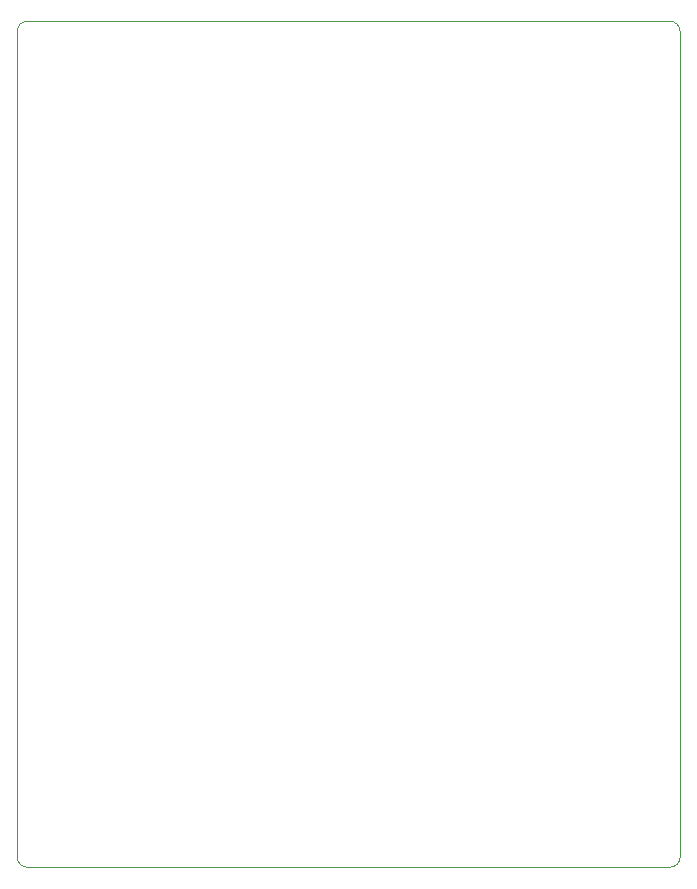
<source format=gbr>
%TF.GenerationSoftware,KiCad,Pcbnew,7.0.6*%
%TF.CreationDate,2024-03-19T20:52:53+13:00*%
%TF.ProjectId,Arduino Uno R3,41726475-696e-46f2-9055-6e6f2052332e,rev?*%
%TF.SameCoordinates,Original*%
%TF.FileFunction,Profile,NP*%
%FSLAX46Y46*%
G04 Gerber Fmt 4.6, Leading zero omitted, Abs format (unit mm)*
G04 Created by KiCad (PCBNEW 7.0.6) date 2024-03-19 20:52:53*
%MOMM*%
%LPD*%
G01*
G04 APERTURE LIST*
%TA.AperFunction,Profile*%
%ADD10C,0.100000*%
%TD*%
G04 APERTURE END LIST*
D10*
X132718130Y-113313347D02*
G75*
G03*
X133574653Y-114169870I856524J1D01*
G01*
X187989347Y-114169870D02*
G75*
G03*
X188845870Y-113313347I-1J856524D01*
G01*
X188845870Y-43404653D02*
G75*
G03*
X187989347Y-42548130I-856524J-1D01*
G01*
X132718130Y-113313347D02*
X132715000Y-43307000D01*
X187989347Y-114169870D02*
X133574653Y-114169870D01*
X188845870Y-43404653D02*
X188845870Y-113313347D01*
X187325000Y-42545000D02*
X187989347Y-42548130D01*
X133477000Y-42545000D02*
X187325000Y-42545000D01*
X133477000Y-42545000D02*
G75*
G03*
X132715000Y-43307000I0J-762000D01*
G01*
M02*

</source>
